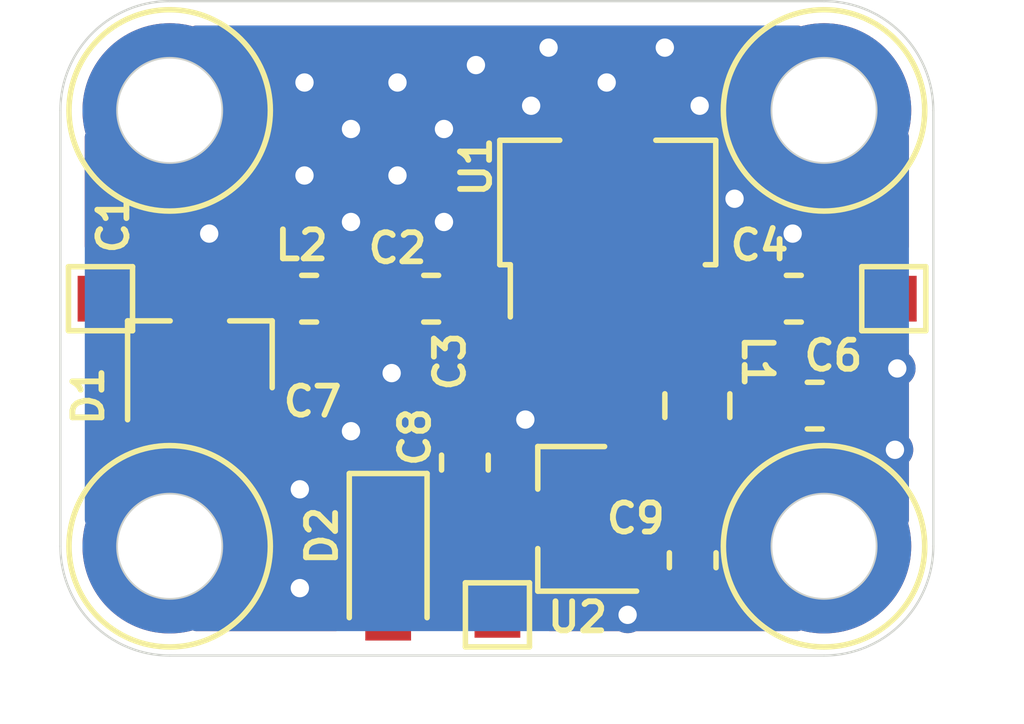
<source format=kicad_pcb>
(kicad_pcb (version 20171130) (host pcbnew "(5.1.6-0-10_14)")

  (general
    (thickness 1.6)
    (drawings 21)
    (tracks 61)
    (zones 0)
    (modules 23)
    (nets 12)
  )

  (page A4)
  (layers
    (0 F.Cu signal)
    (31 B.Cu signal)
    (32 B.Adhes user)
    (33 F.Adhes user)
    (34 B.Paste user)
    (35 F.Paste user)
    (36 B.SilkS user)
    (37 F.SilkS user)
    (38 B.Mask user hide)
    (39 F.Mask user)
    (40 Dwgs.User user)
    (41 Cmts.User user)
    (42 Eco1.User user)
    (43 Eco2.User user)
    (44 Edge.Cuts user)
    (45 Margin user)
    (46 B.CrtYd user)
    (47 F.CrtYd user)
    (48 B.Fab user)
    (49 F.Fab user)
  )

  (setup
    (last_trace_width 0.25)
    (user_trace_width 0.381)
    (user_trace_width 0.508)
    (user_trace_width 0.9525)
    (trace_clearance 0.1)
    (zone_clearance 0.508)
    (zone_45_only no)
    (trace_min 0.2)
    (via_size 0.8)
    (via_drill 0.4)
    (via_min_size 0.4)
    (via_min_drill 0.3)
    (user_via 1.016 0.508)
    (uvia_size 0.3)
    (uvia_drill 0.1)
    (uvias_allowed no)
    (uvia_min_size 0.2)
    (uvia_min_drill 0.1)
    (edge_width 0.05)
    (segment_width 0.2)
    (pcb_text_width 0.3)
    (pcb_text_size 1.5 1.5)
    (mod_edge_width 0.12)
    (mod_text_size 1 1)
    (mod_text_width 0.15)
    (pad_size 1 1)
    (pad_drill 0)
    (pad_to_mask_clearance 0.05)
    (aux_axis_origin 0 0)
    (grid_origin 116.586 91.186)
    (visible_elements 7FFFFFFF)
    (pcbplotparams
      (layerselection 0x010e0_ffffffff)
      (usegerberextensions false)
      (usegerberattributes true)
      (usegerberadvancedattributes true)
      (creategerberjobfile true)
      (excludeedgelayer true)
      (linewidth 0.100000)
      (plotframeref false)
      (viasonmask true)
      (mode 1)
      (useauxorigin false)
      (hpglpennumber 1)
      (hpglpenspeed 20)
      (hpglpendiameter 15.000000)
      (psnegative false)
      (psa4output false)
      (plotreference true)
      (plotvalue true)
      (plotinvisibletext false)
      (padsonsilk false)
      (subtractmaskfromsilk true)
      (outputformat 1)
      (mirror false)
      (drillshape 0)
      (scaleselection 1)
      (outputdirectory "./preamp_inline"))
  )

  (net 0 "")
  (net 1 GND)
  (net 2 "Net-(C1-Pad1)")
  (net 3 "Net-(C2-Pad1)")
  (net 4 "Net-(C2-Pad2)")
  (net 5 "Net-(C3-Pad1)")
  (net 6 "Net-(C4-Pad1)")
  (net 7 "Net-(C4-Pad2)")
  (net 8 "Net-(C5-Pad2)")
  (net 9 "Net-(C7-Pad1)")
  (net 10 VDD)
  (net 11 "Net-(C8-Pad1)")

  (net_class Default "This is the default net class."
    (clearance 0.1)
    (trace_width 0.25)
    (via_dia 0.8)
    (via_drill 0.4)
    (uvia_dia 0.3)
    (uvia_drill 0.1)
    (add_net GND)
    (add_net "Net-(C1-Pad1)")
    (add_net "Net-(C2-Pad1)")
    (add_net "Net-(C2-Pad2)")
    (add_net "Net-(C3-Pad1)")
    (add_net "Net-(C4-Pad1)")
    (add_net "Net-(C4-Pad2)")
    (add_net "Net-(C5-Pad2)")
    (add_net "Net-(C7-Pad1)")
    (add_net "Net-(C8-Pad1)")
    (add_net VDD)
  )

  (module preamp_board:mounting_hole (layer F.Cu) (tedit 5EE7B678) (tstamp 5EDAE840)
    (at 118.9736 93.5736)
    (fp_text reference REF** (at 1.4732 -4.1656) (layer F.SilkS) hide
      (effects (font (size 1 1) (thickness 0.15)))
    )
    (fp_text value mounting_hole (at 0 -2.54) (layer F.Fab) hide
      (effects (font (size 1 1) (thickness 0.15)))
    )
    (fp_circle (center 0 0) (end 2.2 0) (layer F.SilkS) (width 0.12))
    (pad Mask smd circle (at 0 0) (size 4.064 4.064) (layers F.Mask))
    (pad 1 thru_hole circle (at 0 0) (size 3.81 3.81) (drill 2.2606) (layers *.Cu)
      (net 1 GND) (zone_connect 2))
  )

  (module preamp_board:mounting_hole (layer F.Cu) (tedit 5EE7B678) (tstamp 5EE7E9B3)
    (at 133.2738 93.5736)
    (fp_text reference REF** (at 0 2.54) (layer F.SilkS) hide
      (effects (font (size 1 1) (thickness 0.15)))
    )
    (fp_text value mounting_hole (at 0 -2.54) (layer F.Fab) hide
      (effects (font (size 1 1) (thickness 0.15)))
    )
    (fp_circle (center 0 0) (end 2.2 0) (layer F.SilkS) (width 0.12))
    (pad Mask smd circle (at 0 0) (size 4.064 4.064) (layers F.Mask))
    (pad 1 thru_hole circle (at 0 0) (size 3.81 3.81) (drill 2.2606) (layers *.Cu)
      (net 1 GND) (zone_connect 2))
  )

  (module preamp_board:mounting_hole (layer F.Cu) (tedit 5EE7B678) (tstamp 5EDAEA25)
    (at 118.9736 103.0986)
    (fp_text reference REF** (at 0 2.54) (layer F.SilkS) hide
      (effects (font (size 1 1) (thickness 0.15)))
    )
    (fp_text value mounting_hole (at 0 -2.54) (layer F.Fab) hide
      (effects (font (size 1 1) (thickness 0.15)))
    )
    (fp_circle (center 0 0) (end 2.2 0) (layer F.SilkS) (width 0.12))
    (pad Mask smd circle (at 0 0) (size 4.064 4.064) (layers F.Mask))
    (pad 1 thru_hole circle (at 0 0) (size 3.81 3.81) (drill 2.2606) (layers *.Cu)
      (net 1 GND) (zone_connect 2))
  )

  (module preamp_board:mounting_hole (layer F.Cu) (tedit 5EE7B678) (tstamp 5EDAEA25)
    (at 133.2738 103.0986)
    (fp_text reference REF** (at 0 2.54) (layer F.SilkS) hide
      (effects (font (size 1 1) (thickness 0.15)))
    )
    (fp_text value mounting_hole (at 0 -2.54) (layer F.Fab) hide
      (effects (font (size 1 1) (thickness 0.15)))
    )
    (fp_circle (center 0 0) (end 2.2 0) (layer F.SilkS) (width 0.12))
    (pad Mask smd circle (at 0 0) (size 4.064 4.064) (layers F.Mask))
    (pad 1 thru_hole circle (at 0 0) (size 3.81 3.81) (drill 2.2606) (layers *.Cu)
      (net 1 GND) (zone_connect 2))
  )

  (module TestPoint:TestPoint_Pad_1.0x1.0mm (layer F.Cu) (tedit 5A0F774F) (tstamp 5EDB04B5)
    (at 117.4623 97.6884)
    (descr "SMD rectangular pad as test Point, square 1.0mm side length")
    (tags "test point SMD pad rectangle square")
    (path /5EDC4E53)
    (attr virtual)
    (fp_text reference J1 (at -0.9906 -1.778) (layer F.SilkS) hide
      (effects (font (size 1 1) (thickness 0.15)))
    )
    (fp_text value RF_IN (at 0 1.55) (layer F.Fab)
      (effects (font (size 1 1) (thickness 0.15)))
    )
    (fp_line (start -0.7 -0.7) (end 0.7 -0.7) (layer F.SilkS) (width 0.12))
    (fp_line (start 0.7 -0.7) (end 0.7 0.7) (layer F.SilkS) (width 0.12))
    (fp_line (start 0.7 0.7) (end -0.7 0.7) (layer F.SilkS) (width 0.12))
    (fp_line (start -0.7 0.7) (end -0.7 -0.7) (layer F.SilkS) (width 0.12))
    (fp_line (start -1 -1) (end 1 -1) (layer F.CrtYd) (width 0.05))
    (fp_line (start -1 -1) (end -1 1) (layer F.CrtYd) (width 0.05))
    (fp_line (start 1 1) (end 1 -1) (layer F.CrtYd) (width 0.05))
    (fp_line (start 1 1) (end -1 1) (layer F.CrtYd) (width 0.05))
    (fp_text user %R (at 0 -1.45) (layer F.Fab)
      (effects (font (size 1 1) (thickness 0.15)))
    )
    (pad 1 smd rect (at 0 0) (size 1 1) (layers F.Cu F.Mask)
      (net 2 "Net-(C1-Pad1)"))
  )

  (module Capacitor_SMD:C_0402_1005Metric (layer F.Cu) (tedit 5B301BBE) (tstamp 5EDA63CA)
    (at 118.6815 97.0129 90)
    (descr "Capacitor SMD 0402 (1005 Metric), square (rectangular) end terminal, IPC_7351 nominal, (Body size source: http://www.tortai-tech.com/upload/download/2011102023233369053.pdf), generated with kicad-footprint-generator")
    (tags capacitor)
    (path /5ED86524)
    (attr smd)
    (fp_text reference C1 (at 0.9501 -0.9398 90 unlocked) (layer F.SilkS)
      (effects (font (size 0.635 0.635) (thickness 0.127)))
    )
    (fp_text value C_0402 (at 0 1.17 90) (layer F.Fab)
      (effects (font (size 1 1) (thickness 0.15)))
    )
    (fp_line (start -0.5 0.25) (end -0.5 -0.25) (layer F.Fab) (width 0.1))
    (fp_line (start -0.5 -0.25) (end 0.5 -0.25) (layer F.Fab) (width 0.1))
    (fp_line (start 0.5 -0.25) (end 0.5 0.25) (layer F.Fab) (width 0.1))
    (fp_line (start 0.5 0.25) (end -0.5 0.25) (layer F.Fab) (width 0.1))
    (fp_line (start -0.93 0.47) (end -0.93 -0.47) (layer F.CrtYd) (width 0.05))
    (fp_line (start -0.93 -0.47) (end 0.93 -0.47) (layer F.CrtYd) (width 0.05))
    (fp_line (start 0.93 -0.47) (end 0.93 0.47) (layer F.CrtYd) (width 0.05))
    (fp_line (start 0.93 0.47) (end -0.93 0.47) (layer F.CrtYd) (width 0.05))
    (fp_text user %R (at 0 0 90) (layer F.Fab)
      (effects (font (size 0.25 0.25) (thickness 0.04)))
    )
    (pad 2 smd roundrect (at 0.485 0 90) (size 0.59 0.64) (layers F.Cu F.Paste F.Mask) (roundrect_rratio 0.25)
      (net 1 GND))
    (pad 1 smd roundrect (at -0.485 0 90) (size 0.59 0.64) (layers F.Cu F.Paste F.Mask) (roundrect_rratio 0.25)
      (net 2 "Net-(C1-Pad1)"))
    (model ${KISYS3DMOD}/Capacitor_SMD.3dshapes/C_0402_1005Metric.wrl
      (at (xyz 0 0 0))
      (scale (xyz 1 1 1))
      (rotate (xyz 0 0 0))
    )
  )

  (module Capacitor_SMD:C_0402_1005Metric (layer F.Cu) (tedit 5B301BBE) (tstamp 5EDE6DA5)
    (at 126.4134 99.0092 180)
    (descr "Capacitor SMD 0402 (1005 Metric), square (rectangular) end terminal, IPC_7351 nominal, (Body size source: http://www.tortai-tech.com/upload/download/2011102023233369053.pdf), generated with kicad-footprint-generator")
    (tags capacitor)
    (path /5ED83E2A)
    (attr smd)
    (fp_text reference C3 (at 1.3184 -0.0508 270) (layer F.SilkS)
      (effects (font (size 0.635 0.635) (thickness 0.127)))
    )
    (fp_text value C_0402 (at 0 1.17) (layer F.Fab)
      (effects (font (size 1 1) (thickness 0.15)))
    )
    (fp_line (start -0.5 0.25) (end -0.5 -0.25) (layer F.Fab) (width 0.1))
    (fp_line (start -0.5 -0.25) (end 0.5 -0.25) (layer F.Fab) (width 0.1))
    (fp_line (start 0.5 -0.25) (end 0.5 0.25) (layer F.Fab) (width 0.1))
    (fp_line (start 0.5 0.25) (end -0.5 0.25) (layer F.Fab) (width 0.1))
    (fp_line (start -0.93 0.47) (end -0.93 -0.47) (layer F.CrtYd) (width 0.05))
    (fp_line (start -0.93 -0.47) (end 0.93 -0.47) (layer F.CrtYd) (width 0.05))
    (fp_line (start 0.93 -0.47) (end 0.93 0.47) (layer F.CrtYd) (width 0.05))
    (fp_line (start 0.93 0.47) (end -0.93 0.47) (layer F.CrtYd) (width 0.05))
    (fp_text user %R (at 0 0) (layer F.Fab)
      (effects (font (size 0.25 0.25) (thickness 0.04)))
    )
    (pad 2 smd roundrect (at 0.485 0 180) (size 0.59 0.64) (layers F.Cu F.Paste F.Mask) (roundrect_rratio 0.25)
      (net 3 "Net-(C2-Pad1)"))
    (pad 1 smd roundrect (at -0.485 0 180) (size 0.59 0.64) (layers F.Cu F.Paste F.Mask) (roundrect_rratio 0.25)
      (net 5 "Net-(C3-Pad1)"))
    (model ${KISYS3DMOD}/Capacitor_SMD.3dshapes/C_0402_1005Metric.wrl
      (at (xyz 0 0 0))
      (scale (xyz 1 1 1))
      (rotate (xyz 0 0 0))
    )
  )

  (module Capacitor_SMD:C_0402_1005Metric (layer F.Cu) (tedit 5B301BBE) (tstamp 5ED93EE9)
    (at 128.501 100.1268)
    (descr "Capacitor SMD 0402 (1005 Metric), square (rectangular) end terminal, IPC_7351 nominal, (Body size source: http://www.tortai-tech.com/upload/download/2011102023233369053.pdf), generated with kicad-footprint-generator")
    (tags capacitor)
    (path /5ED87906)
    (attr smd)
    (fp_text reference C5 (at -1.1835 0.0762 90 unlocked) (layer F.SilkS) hide
      (effects (font (size 0.635 0.635) (thickness 0.127)))
    )
    (fp_text value C_0402 (at 0 1.17) (layer F.Fab)
      (effects (font (size 1 1) (thickness 0.15)))
    )
    (fp_line (start -0.5 0.25) (end -0.5 -0.25) (layer F.Fab) (width 0.1))
    (fp_line (start -0.5 -0.25) (end 0.5 -0.25) (layer F.Fab) (width 0.1))
    (fp_line (start 0.5 -0.25) (end 0.5 0.25) (layer F.Fab) (width 0.1))
    (fp_line (start 0.5 0.25) (end -0.5 0.25) (layer F.Fab) (width 0.1))
    (fp_line (start -0.93 0.47) (end -0.93 -0.47) (layer F.CrtYd) (width 0.05))
    (fp_line (start -0.93 -0.47) (end 0.93 -0.47) (layer F.CrtYd) (width 0.05))
    (fp_line (start 0.93 -0.47) (end 0.93 0.47) (layer F.CrtYd) (width 0.05))
    (fp_line (start 0.93 0.47) (end -0.93 0.47) (layer F.CrtYd) (width 0.05))
    (fp_text user %R (at 0 0) (layer F.Fab)
      (effects (font (size 0.25 0.25) (thickness 0.04)))
    )
    (pad 2 smd roundrect (at 0.485 0) (size 0.59 0.64) (layers F.Cu F.Paste F.Mask) (roundrect_rratio 0.25)
      (net 8 "Net-(C5-Pad2)"))
    (pad 1 smd roundrect (at -0.485 0) (size 0.59 0.64) (layers F.Cu F.Paste F.Mask) (roundrect_rratio 0.25)
      (net 1 GND))
    (model ${KISYS3DMOD}/Capacitor_SMD.3dshapes/C_0402_1005Metric.wrl
      (at (xyz 0 0 0))
      (scale (xyz 1 1 1))
      (rotate (xyz 0 0 0))
    )
  )

  (module Capacitor_SMD:C_0402_1005Metric (layer F.Cu) (tedit 5B301BBE) (tstamp 5ED93F09)
    (at 121.262 100.9015)
    (descr "Capacitor SMD 0402 (1005 Metric), square (rectangular) end terminal, IPC_7351 nominal, (Body size source: http://www.tortai-tech.com/upload/download/2011102023233369053.pdf), generated with kicad-footprint-generator")
    (tags capacitor)
    (path /5EDC06E7)
    (attr smd)
    (fp_text reference C7 (at 0.8358 -0.9652 unlocked) (layer F.SilkS)
      (effects (font (size 0.635 0.635) (thickness 0.127)))
    )
    (fp_text value C_0402 (at 0 1.17) (layer F.Fab)
      (effects (font (size 1 1) (thickness 0.15)))
    )
    (fp_line (start -0.5 0.25) (end -0.5 -0.25) (layer F.Fab) (width 0.1))
    (fp_line (start -0.5 -0.25) (end 0.5 -0.25) (layer F.Fab) (width 0.1))
    (fp_line (start 0.5 -0.25) (end 0.5 0.25) (layer F.Fab) (width 0.1))
    (fp_line (start 0.5 0.25) (end -0.5 0.25) (layer F.Fab) (width 0.1))
    (fp_line (start -0.93 0.47) (end -0.93 -0.47) (layer F.CrtYd) (width 0.05))
    (fp_line (start -0.93 -0.47) (end 0.93 -0.47) (layer F.CrtYd) (width 0.05))
    (fp_line (start 0.93 -0.47) (end 0.93 0.47) (layer F.CrtYd) (width 0.05))
    (fp_line (start 0.93 0.47) (end -0.93 0.47) (layer F.CrtYd) (width 0.05))
    (fp_text user %R (at 0 0) (layer F.Fab)
      (effects (font (size 0.25 0.25) (thickness 0.04)))
    )
    (pad 2 smd roundrect (at 0.485 0) (size 0.59 0.64) (layers F.Cu F.Paste F.Mask) (roundrect_rratio 0.25)
      (net 1 GND))
    (pad 1 smd roundrect (at -0.485 0) (size 0.59 0.64) (layers F.Cu F.Paste F.Mask) (roundrect_rratio 0.25)
      (net 9 "Net-(C7-Pad1)"))
    (model ${KISYS3DMOD}/Capacitor_SMD.3dshapes/C_0402_1005Metric.wrl
      (at (xyz 0 0 0))
      (scale (xyz 1 1 1))
      (rotate (xyz 0 0 0))
    )
  )

  (module Package_TO_SOT_SMD:SOT-23 (layer F.Cu) (tedit 5A02FF57) (tstamp 5EDAFE3F)
    (at 119.634 98.933 90)
    (descr "SOT-23, Standard")
    (tags SOT-23)
    (path /5EDA8CFA)
    (attr smd)
    (fp_text reference D1 (at -0.8796 -2.4384 90) (layer F.SilkS)
      (effects (font (size 0.635 0.635) (thickness 0.127)))
    )
    (fp_text value BAV99 (at 0 2.5 90) (layer F.Fab)
      (effects (font (size 1 1) (thickness 0.15)))
    )
    (fp_line (start -0.7 -0.95) (end -0.7 1.5) (layer F.Fab) (width 0.1))
    (fp_line (start -0.15 -1.52) (end 0.7 -1.52) (layer F.Fab) (width 0.1))
    (fp_line (start -0.7 -0.95) (end -0.15 -1.52) (layer F.Fab) (width 0.1))
    (fp_line (start 0.7 -1.52) (end 0.7 1.52) (layer F.Fab) (width 0.1))
    (fp_line (start -0.7 1.52) (end 0.7 1.52) (layer F.Fab) (width 0.1))
    (fp_line (start 0.76 1.58) (end 0.76 0.65) (layer F.SilkS) (width 0.12))
    (fp_line (start 0.76 -1.58) (end 0.76 -0.65) (layer F.SilkS) (width 0.12))
    (fp_line (start -1.7 -1.75) (end 1.7 -1.75) (layer F.CrtYd) (width 0.05))
    (fp_line (start 1.7 -1.75) (end 1.7 1.75) (layer F.CrtYd) (width 0.05))
    (fp_line (start 1.7 1.75) (end -1.7 1.75) (layer F.CrtYd) (width 0.05))
    (fp_line (start -1.7 1.75) (end -1.7 -1.75) (layer F.CrtYd) (width 0.05))
    (fp_line (start 0.76 -1.58) (end -1.4 -1.58) (layer F.SilkS) (width 0.12))
    (fp_line (start 0.76 1.58) (end -0.7 1.58) (layer F.SilkS) (width 0.12))
    (fp_text user %R (at 0 0) (layer F.Fab)
      (effects (font (size 0.5 0.5) (thickness 0.075)))
    )
    (pad 3 smd rect (at 1 0 90) (size 0.9 0.8) (layers F.Cu F.Paste F.Mask)
      (net 2 "Net-(C1-Pad1)"))
    (pad 2 smd rect (at -1 0.95 90) (size 0.9 0.8) (layers F.Cu F.Paste F.Mask)
      (net 9 "Net-(C7-Pad1)"))
    (pad 1 smd rect (at -1 -0.95 90) (size 0.9 0.8) (layers F.Cu F.Paste F.Mask)
      (net 9 "Net-(C7-Pad1)"))
    (model ${KISYS3DMOD}/Package_TO_SOT_SMD.3dshapes/SOT-23.wrl
      (at (xyz 0 0 0))
      (scale (xyz 1 1 1))
      (rotate (xyz 0 0 0))
    )
  )

  (module Resistor_SMD:R_0402_1005Metric (layer F.Cu) (tedit 5B301BBD) (tstamp 5EDAD811)
    (at 128.4502 99.0092 180)
    (descr "Resistor SMD 0402 (1005 Metric), square (rectangular) end terminal, IPC_7351 nominal, (Body size source: http://www.tortai-tech.com/upload/download/2011102023233369053.pdf), generated with kicad-footprint-generator")
    (tags resistor)
    (path /5ED84960)
    (attr smd)
    (fp_text reference R1 (at 1.0057 0.5207 unlocked) (layer F.SilkS) hide
      (effects (font (size 0.635 0.635) (thickness 0.127)))
    )
    (fp_text value R_0402 (at 0 1.17) (layer F.Fab)
      (effects (font (size 1 1) (thickness 0.15)))
    )
    (fp_line (start -0.5 0.25) (end -0.5 -0.25) (layer F.Fab) (width 0.1))
    (fp_line (start -0.5 -0.25) (end 0.5 -0.25) (layer F.Fab) (width 0.1))
    (fp_line (start 0.5 -0.25) (end 0.5 0.25) (layer F.Fab) (width 0.1))
    (fp_line (start 0.5 0.25) (end -0.5 0.25) (layer F.Fab) (width 0.1))
    (fp_line (start -0.93 0.47) (end -0.93 -0.47) (layer F.CrtYd) (width 0.05))
    (fp_line (start -0.93 -0.47) (end 0.93 -0.47) (layer F.CrtYd) (width 0.05))
    (fp_line (start 0.93 -0.47) (end 0.93 0.47) (layer F.CrtYd) (width 0.05))
    (fp_line (start 0.93 0.47) (end -0.93 0.47) (layer F.CrtYd) (width 0.05))
    (fp_text user %R (at 0 0) (layer F.Fab)
      (effects (font (size 0.25 0.25) (thickness 0.04)))
    )
    (pad 2 smd roundrect (at 0.485 0 180) (size 0.59 0.64) (layers F.Cu F.Paste F.Mask) (roundrect_rratio 0.25)
      (net 5 "Net-(C3-Pad1)"))
    (pad 1 smd roundrect (at -0.485 0 180) (size 0.59 0.64) (layers F.Cu F.Paste F.Mask) (roundrect_rratio 0.25)
      (net 7 "Net-(C4-Pad2)"))
    (model ${KISYS3DMOD}/Resistor_SMD.3dshapes/R_0402_1005Metric.wrl
      (at (xyz 0 0 0))
      (scale (xyz 1 1 1))
      (rotate (xyz 0 0 0))
    )
  )

  (module Package_TO_SOT_SMD:SOT-89-3 (layer F.Cu) (tedit 5EDE6B21) (tstamp 5EDAFB80)
    (at 128.548 95.886 90)
    (descr "SOT-89-3, http://ww1.microchip.com/downloads/en/DeviceDoc/3L_SOT-89_MB_C04-029C.pdf")
    (tags SOT-89-3)
    (path /5ED9C6CD)
    (attr smd)
    (fp_text reference U1 (at 1.0805 -2.8815 90) (layer F.SilkS)
      (effects (font (size 0.635 0.635) (thickness 0.127)))
    )
    (fp_text value PHA-13LN (at 0.3 3.5 90) (layer F.Fab)
      (effects (font (size 1 1) (thickness 0.15)))
    )
    (fp_line (start 1.66 1.05) (end 1.66 2.36) (layer F.SilkS) (width 0.12))
    (fp_line (start 1.66 2.36) (end -1.06 2.36) (layer F.SilkS) (width 0.12))
    (fp_line (start -2.2 -2.13) (end -1.06 -2.13) (layer F.SilkS) (width 0.12))
    (fp_line (start 1.66 -2.36) (end 1.66 -1.05) (layer F.SilkS) (width 0.12))
    (fp_line (start -0.95 -1.25) (end 0.05 -2.25) (layer F.Fab) (width 0.1))
    (fp_line (start 1.55 -2.25) (end 1.55 2.25) (layer F.Fab) (width 0.1))
    (fp_line (start 1.55 2.25) (end -0.95 2.25) (layer F.Fab) (width 0.1))
    (fp_line (start -0.95 2.25) (end -0.95 -1.25) (layer F.Fab) (width 0.1))
    (fp_line (start 0.05 -2.25) (end 1.55 -2.25) (layer F.Fab) (width 0.1))
    (fp_line (start 2.55 -2.5) (end 2.55 2.5) (layer F.CrtYd) (width 0.05))
    (fp_line (start 2.55 -2.5) (end -2.55 -2.5) (layer F.CrtYd) (width 0.05))
    (fp_line (start -2.55 2.5) (end 2.55 2.5) (layer F.CrtYd) (width 0.05))
    (fp_line (start -2.55 2.5) (end -2.55 -2.5) (layer F.CrtYd) (width 0.05))
    (fp_line (start -1.06 -2.36) (end 1.66 -2.36) (layer F.SilkS) (width 0.12))
    (fp_line (start -1.06 -2.36) (end -1.06 -2.13) (layer F.SilkS) (width 0.12))
    (fp_line (start -1.06 2.36) (end -1.06 2.13) (layer F.SilkS) (width 0.12))
    (fp_text user %R (at 0.5 0) (layer F.Fab)
      (effects (font (size 1 1) (thickness 0.15)))
    )
    (pad 2 smd custom (at -1.5625 0 90) (size 1.475 0.762) (layers F.Cu F.Paste F.Mask)
      (net 1 GND) (zone_connect 2)
      (options (clearance outline) (anchor rect))
      (primitives
        (gr_poly (pts
           (xy 0.7375 -0.381) (xy 1.27 -0.381) (xy 1.778 -0.889) (xy 3.8625 -0.889) (xy 3.8625 0.889)
           (xy 1.778 0.889) (xy 1.27 0.381) (xy 0.7375 0.381)) (width 0))
      ))
    (pad 3 smd rect (at -1.65 1.5 90) (size 1.3 0.9) (layers F.Cu F.Paste F.Mask)
      (net 7 "Net-(C4-Pad2)"))
    (pad 1 smd rect (at -1.65 -1.5 90) (size 1.3 0.9) (layers F.Cu F.Paste F.Mask)
      (net 3 "Net-(C2-Pad1)"))
    (model ${KISYS3DMOD}/Package_TO_SOT_SMD.3dshapes/SOT-89-3.wrl
      (at (xyz 0 0 0))
      (scale (xyz 1 1 1))
      (rotate (xyz 0 0 0))
    )
  )

  (module Capacitor_SMD:C_0603_1608Metric (layer F.Cu) (tedit 5B301BBE) (tstamp 5EDE39D8)
    (at 124.6885 97.6884 180)
    (descr "Capacitor SMD 0603 (1608 Metric), square (rectangular) end terminal, IPC_7351 nominal, (Body size source: http://www.tortai-tech.com/upload/download/2011102023233369053.pdf), generated with kicad-footprint-generator")
    (tags capacitor)
    (path /5ED85AE9)
    (attr smd)
    (fp_text reference C2 (at 0.7365 1.1049 unlocked) (layer F.SilkS)
      (effects (font (size 0.635 0.635) (thickness 0.127)))
    )
    (fp_text value C_0603 (at 0 1.43) (layer F.Fab)
      (effects (font (size 1 1) (thickness 0.15)))
    )
    (fp_line (start -0.8 0.4) (end -0.8 -0.4) (layer F.Fab) (width 0.1))
    (fp_line (start -0.8 -0.4) (end 0.8 -0.4) (layer F.Fab) (width 0.1))
    (fp_line (start 0.8 -0.4) (end 0.8 0.4) (layer F.Fab) (width 0.1))
    (fp_line (start 0.8 0.4) (end -0.8 0.4) (layer F.Fab) (width 0.1))
    (fp_line (start -0.162779 -0.51) (end 0.162779 -0.51) (layer F.SilkS) (width 0.12))
    (fp_line (start -0.162779 0.51) (end 0.162779 0.51) (layer F.SilkS) (width 0.12))
    (fp_line (start -1.48 0.73) (end -1.48 -0.73) (layer F.CrtYd) (width 0.05))
    (fp_line (start -1.48 -0.73) (end 1.48 -0.73) (layer F.CrtYd) (width 0.05))
    (fp_line (start 1.48 -0.73) (end 1.48 0.73) (layer F.CrtYd) (width 0.05))
    (fp_line (start 1.48 0.73) (end -1.48 0.73) (layer F.CrtYd) (width 0.05))
    (fp_text user %R (at 0 0) (layer F.Fab)
      (effects (font (size 0.4 0.4) (thickness 0.06)))
    )
    (pad 2 smd roundrect (at 0.7875 0 180) (size 0.875 0.95) (layers F.Cu F.Paste F.Mask) (roundrect_rratio 0.25)
      (net 4 "Net-(C2-Pad2)"))
    (pad 1 smd roundrect (at -0.7875 0 180) (size 0.875 0.95) (layers F.Cu F.Paste F.Mask) (roundrect_rratio 0.25)
      (net 3 "Net-(C2-Pad1)"))
    (model ${KISYS3DMOD}/Capacitor_SMD.3dshapes/C_0603_1608Metric.wrl
      (at (xyz 0 0 0))
      (scale (xyz 1 1 1))
      (rotate (xyz 0 0 0))
    )
  )

  (module Capacitor_SMD:C_0603_1608Metric (layer F.Cu) (tedit 5B301BBE) (tstamp 5EDA6A15)
    (at 132.6135 97.6884 180)
    (descr "Capacitor SMD 0603 (1608 Metric), square (rectangular) end terminal, IPC_7351 nominal, (Body size source: http://www.tortai-tech.com/upload/download/2011102023233369053.pdf), generated with kicad-footprint-generator")
    (tags capacitor)
    (path /5ED8835D)
    (attr smd)
    (fp_text reference C4 (at 0.7494 1.1684) (layer F.SilkS)
      (effects (font (size 0.635 0.635) (thickness 0.127)))
    )
    (fp_text value C_0603 (at 0 1.43) (layer F.Fab)
      (effects (font (size 1 1) (thickness 0.15)))
    )
    (fp_line (start -0.8 0.4) (end -0.8 -0.4) (layer F.Fab) (width 0.1))
    (fp_line (start -0.8 -0.4) (end 0.8 -0.4) (layer F.Fab) (width 0.1))
    (fp_line (start 0.8 -0.4) (end 0.8 0.4) (layer F.Fab) (width 0.1))
    (fp_line (start 0.8 0.4) (end -0.8 0.4) (layer F.Fab) (width 0.1))
    (fp_line (start -0.162779 -0.51) (end 0.162779 -0.51) (layer F.SilkS) (width 0.12))
    (fp_line (start -0.162779 0.51) (end 0.162779 0.51) (layer F.SilkS) (width 0.12))
    (fp_line (start -1.48 0.73) (end -1.48 -0.73) (layer F.CrtYd) (width 0.05))
    (fp_line (start -1.48 -0.73) (end 1.48 -0.73) (layer F.CrtYd) (width 0.05))
    (fp_line (start 1.48 -0.73) (end 1.48 0.73) (layer F.CrtYd) (width 0.05))
    (fp_line (start 1.48 0.73) (end -1.48 0.73) (layer F.CrtYd) (width 0.05))
    (fp_text user %R (at 0 0) (layer F.Fab)
      (effects (font (size 0.4 0.4) (thickness 0.06)))
    )
    (pad 2 smd roundrect (at 0.7875 0 180) (size 0.875 0.95) (layers F.Cu F.Paste F.Mask) (roundrect_rratio 0.25)
      (net 7 "Net-(C4-Pad2)"))
    (pad 1 smd roundrect (at -0.7875 0 180) (size 0.875 0.95) (layers F.Cu F.Paste F.Mask) (roundrect_rratio 0.25)
      (net 6 "Net-(C4-Pad1)"))
    (model ${KISYS3DMOD}/Capacitor_SMD.3dshapes/C_0603_1608Metric.wrl
      (at (xyz 0 0 0))
      (scale (xyz 1 1 1))
      (rotate (xyz 0 0 0))
    )
  )

  (module Inductor_SMD:L_0603_1608Metric (layer F.Cu) (tedit 5B301BBE) (tstamp 5EDAFBBE)
    (at 122.0215 97.6884)
    (descr "Inductor SMD 0603 (1608 Metric), square (rectangular) end terminal, IPC_7351 nominal, (Body size source: http://www.tortai-tech.com/upload/download/2011102023233369053.pdf), generated with kicad-footprint-generator")
    (tags inductor)
    (path /5ED913EC)
    (attr smd)
    (fp_text reference L2 (at -0.165 -1.1684) (layer F.SilkS)
      (effects (font (size 0.635 0.635) (thickness 0.127)))
    )
    (fp_text value L_0603 (at 0 1.43) (layer F.Fab)
      (effects (font (size 1 1) (thickness 0.15)))
    )
    (fp_line (start -0.8 0.4) (end -0.8 -0.4) (layer F.Fab) (width 0.1))
    (fp_line (start -0.8 -0.4) (end 0.8 -0.4) (layer F.Fab) (width 0.1))
    (fp_line (start 0.8 -0.4) (end 0.8 0.4) (layer F.Fab) (width 0.1))
    (fp_line (start 0.8 0.4) (end -0.8 0.4) (layer F.Fab) (width 0.1))
    (fp_line (start -0.162779 -0.51) (end 0.162779 -0.51) (layer F.SilkS) (width 0.12))
    (fp_line (start -0.162779 0.51) (end 0.162779 0.51) (layer F.SilkS) (width 0.12))
    (fp_line (start -1.48 0.73) (end -1.48 -0.73) (layer F.CrtYd) (width 0.05))
    (fp_line (start -1.48 -0.73) (end 1.48 -0.73) (layer F.CrtYd) (width 0.05))
    (fp_line (start 1.48 -0.73) (end 1.48 0.73) (layer F.CrtYd) (width 0.05))
    (fp_line (start 1.48 0.73) (end -1.48 0.73) (layer F.CrtYd) (width 0.05))
    (fp_text user %R (at 0 0) (layer F.Fab)
      (effects (font (size 0.4 0.4) (thickness 0.06)))
    )
    (pad 2 smd roundrect (at 0.7875 0) (size 0.875 0.95) (layers F.Cu F.Paste F.Mask) (roundrect_rratio 0.25)
      (net 4 "Net-(C2-Pad2)"))
    (pad 1 smd roundrect (at -0.7875 0) (size 0.875 0.95) (layers F.Cu F.Paste F.Mask) (roundrect_rratio 0.25)
      (net 2 "Net-(C1-Pad1)"))
    (model ${KISYS3DMOD}/Inductor_SMD.3dshapes/L_0603_1608Metric.wrl
      (at (xyz 0 0 0))
      (scale (xyz 1 1 1))
      (rotate (xyz 0 0 0))
    )
  )

  (module Capacitor_SMD:C_0603_1608Metric (layer F.Cu) (tedit 5B301BBE) (tstamp 5EDA6766)
    (at 133.0707 100.0252 180)
    (descr "Capacitor SMD 0603 (1608 Metric), square (rectangular) end terminal, IPC_7351 nominal, (Body size source: http://www.tortai-tech.com/upload/download/2011102023233369053.pdf), generated with kicad-footprint-generator")
    (tags capacitor)
    (path /5ED8732B)
    (attr smd)
    (fp_text reference C6 (at -0.4063 1.0922 180) (layer F.SilkS)
      (effects (font (size 0.635 0.635) (thickness 0.127)))
    )
    (fp_text value C_0603 (at 0 1.43) (layer F.Fab)
      (effects (font (size 1 1) (thickness 0.15)))
    )
    (fp_line (start -0.8 0.4) (end -0.8 -0.4) (layer F.Fab) (width 0.1))
    (fp_line (start -0.8 -0.4) (end 0.8 -0.4) (layer F.Fab) (width 0.1))
    (fp_line (start 0.8 -0.4) (end 0.8 0.4) (layer F.Fab) (width 0.1))
    (fp_line (start 0.8 0.4) (end -0.8 0.4) (layer F.Fab) (width 0.1))
    (fp_line (start -0.162779 -0.51) (end 0.162779 -0.51) (layer F.SilkS) (width 0.12))
    (fp_line (start -0.162779 0.51) (end 0.162779 0.51) (layer F.SilkS) (width 0.12))
    (fp_line (start -1.48 0.73) (end -1.48 -0.73) (layer F.CrtYd) (width 0.05))
    (fp_line (start -1.48 -0.73) (end 1.48 -0.73) (layer F.CrtYd) (width 0.05))
    (fp_line (start 1.48 -0.73) (end 1.48 0.73) (layer F.CrtYd) (width 0.05))
    (fp_line (start 1.48 0.73) (end -1.48 0.73) (layer F.CrtYd) (width 0.05))
    (fp_text user %R (at 0 0) (layer F.Fab)
      (effects (font (size 0.4 0.4) (thickness 0.06)))
    )
    (pad 2 smd roundrect (at 0.7875 0 180) (size 0.875 0.95) (layers F.Cu F.Paste F.Mask) (roundrect_rratio 0.25)
      (net 8 "Net-(C5-Pad2)"))
    (pad 1 smd roundrect (at -0.7875 0 180) (size 0.875 0.95) (layers F.Cu F.Paste F.Mask) (roundrect_rratio 0.25)
      (net 1 GND))
    (model ${KISYS3DMOD}/Capacitor_SMD.3dshapes/C_0603_1608Metric.wrl
      (at (xyz 0 0 0))
      (scale (xyz 1 1 1))
      (rotate (xyz 0 0 0))
    )
  )

  (module TestPoint:TestPoint_Pad_1.0x1.0mm (layer F.Cu) (tedit 5EE7AB12) (tstamp 5EDA68B6)
    (at 134.7978 97.6884)
    (descr "SMD rectangular pad as test Point, square 1.0mm side length")
    (tags "test point SMD pad rectangle square")
    (path /5EDC6FC2)
    (attr virtual)
    (fp_text reference J2 (at 0 -1.448) (layer F.SilkS) hide
      (effects (font (size 1 1) (thickness 0.15)))
    )
    (fp_text value RF_OUT (at 0 1.55) (layer F.Fab)
      (effects (font (size 1 1) (thickness 0.15)))
    )
    (fp_line (start -0.7 -0.7) (end 0.7 -0.7) (layer F.SilkS) (width 0.12))
    (fp_line (start 0.7 -0.7) (end 0.7 0.7) (layer F.SilkS) (width 0.12))
    (fp_line (start 0.7 0.7) (end -0.7 0.7) (layer F.SilkS) (width 0.12))
    (fp_line (start -0.7 0.7) (end -0.7 -0.7) (layer F.SilkS) (width 0.12))
    (fp_line (start -1 -1) (end 1 -1) (layer F.CrtYd) (width 0.05))
    (fp_line (start -1 -1) (end -1 1) (layer F.CrtYd) (width 0.05))
    (fp_line (start 1 1) (end 1 -1) (layer F.CrtYd) (width 0.05))
    (fp_line (start 1 1) (end -1 1) (layer F.CrtYd) (width 0.05))
    (fp_text user %R (at 0 -1.45) (layer F.Fab)
      (effects (font (size 1 1) (thickness 0.15)))
    )
    (pad 1 smd rect (at 0 0) (size 1 1) (layers F.Cu F.Mask)
      (net 6 "Net-(C4-Pad1)"))
  )

  (module Inductor_SMD:L_0805_2012Metric (layer F.Cu) (tedit 5B36C52B) (tstamp 5EDAFD78)
    (at 130.5052 100.0252 90)
    (descr "Inductor SMD 0805 (2012 Metric), square (rectangular) end terminal, IPC_7351 nominal, (Body size source: https://docs.google.com/spreadsheets/d/1BsfQQcO9C6DZCsRaXUlFlo91Tg2WpOkGARC1WS5S8t0/edit?usp=sharing), generated with kicad-footprint-generator")
    (tags inductor)
    (path /5ED8A7A6)
    (attr smd)
    (fp_text reference L1 (at 0.9652 1.3208 270 unlocked) (layer F.SilkS)
      (effects (font (size 0.635 0.635) (thickness 0.127)))
    )
    (fp_text value L_0805 (at 0 1.65 90) (layer F.Fab)
      (effects (font (size 1 1) (thickness 0.15)))
    )
    (fp_line (start 1.68 0.95) (end -1.68 0.95) (layer F.CrtYd) (width 0.05))
    (fp_line (start 1.68 -0.95) (end 1.68 0.95) (layer F.CrtYd) (width 0.05))
    (fp_line (start -1.68 -0.95) (end 1.68 -0.95) (layer F.CrtYd) (width 0.05))
    (fp_line (start -1.68 0.95) (end -1.68 -0.95) (layer F.CrtYd) (width 0.05))
    (fp_line (start -0.258578 0.71) (end 0.258578 0.71) (layer F.SilkS) (width 0.12))
    (fp_line (start -0.258578 -0.71) (end 0.258578 -0.71) (layer F.SilkS) (width 0.12))
    (fp_line (start 1 0.6) (end -1 0.6) (layer F.Fab) (width 0.1))
    (fp_line (start 1 -0.6) (end 1 0.6) (layer F.Fab) (width 0.1))
    (fp_line (start -1 -0.6) (end 1 -0.6) (layer F.Fab) (width 0.1))
    (fp_line (start -1 0.6) (end -1 -0.6) (layer F.Fab) (width 0.1))
    (fp_text user %R (at 0 0 90) (layer F.Fab)
      (effects (font (size 0.5 0.5) (thickness 0.08)))
    )
    (pad 1 smd roundrect (at -0.9375 0 90) (size 0.975 1.4) (layers F.Cu F.Paste F.Mask) (roundrect_rratio 0.25)
      (net 8 "Net-(C5-Pad2)"))
    (pad 2 smd roundrect (at 0.9375 0 90) (size 0.975 1.4) (layers F.Cu F.Paste F.Mask) (roundrect_rratio 0.25)
      (net 7 "Net-(C4-Pad2)"))
    (model ${KISYS3DMOD}/Inductor_SMD.3dshapes/L_0805_2012Metric.wrl
      (at (xyz 0 0 0))
      (scale (xyz 1 1 1))
      (rotate (xyz 0 0 0))
    )
  )

  (module Package_TO_SOT_SMD:SOT-23 (layer F.Cu) (tedit 5A02FF57) (tstamp 5EDE55BD)
    (at 127.778 102.4992 180)
    (descr "SOT-23, Standard")
    (tags SOT-23)
    (path /5EE530B9)
    (attr smd)
    (fp_text reference U2 (at -0.111 -2.1488 180) (layer F.SilkS)
      (effects (font (size 0.635 0.635) (thickness 0.127)))
    )
    (fp_text value TPS7A05 (at 0 2.5) (layer F.Fab)
      (effects (font (size 1 1) (thickness 0.15)))
    )
    (fp_line (start -0.7 -0.95) (end -0.7 1.5) (layer F.Fab) (width 0.1))
    (fp_line (start -0.15 -1.52) (end 0.7 -1.52) (layer F.Fab) (width 0.1))
    (fp_line (start -0.7 -0.95) (end -0.15 -1.52) (layer F.Fab) (width 0.1))
    (fp_line (start 0.7 -1.52) (end 0.7 1.52) (layer F.Fab) (width 0.1))
    (fp_line (start -0.7 1.52) (end 0.7 1.52) (layer F.Fab) (width 0.1))
    (fp_line (start 0.76 1.58) (end 0.76 0.65) (layer F.SilkS) (width 0.12))
    (fp_line (start 0.76 -1.58) (end 0.76 -0.65) (layer F.SilkS) (width 0.12))
    (fp_line (start -1.7 -1.75) (end 1.7 -1.75) (layer F.CrtYd) (width 0.05))
    (fp_line (start 1.7 -1.75) (end 1.7 1.75) (layer F.CrtYd) (width 0.05))
    (fp_line (start 1.7 1.75) (end -1.7 1.75) (layer F.CrtYd) (width 0.05))
    (fp_line (start -1.7 1.75) (end -1.7 -1.75) (layer F.CrtYd) (width 0.05))
    (fp_line (start 0.76 -1.58) (end -1.4 -1.58) (layer F.SilkS) (width 0.12))
    (fp_line (start 0.76 1.58) (end -0.7 1.58) (layer F.SilkS) (width 0.12))
    (fp_text user %R (at 0 0 90) (layer F.Fab)
      (effects (font (size 0.5 0.5) (thickness 0.075)))
    )
    (pad 1 smd rect (at -1 -0.95 180) (size 0.9 0.8) (layers F.Cu F.Paste F.Mask)
      (net 1 GND))
    (pad 2 smd rect (at -1 0.95 180) (size 0.9 0.8) (layers F.Cu F.Paste F.Mask)
      (net 8 "Net-(C5-Pad2)"))
    (pad 3 smd rect (at 1 0 180) (size 0.9 0.8) (layers F.Cu F.Paste F.Mask)
      (net 11 "Net-(C8-Pad1)"))
    (model ${KISYS3DMOD}/Package_TO_SOT_SMD.3dshapes/SOT-23.wrl
      (at (xyz 0 0 0))
      (scale (xyz 1 1 1))
      (rotate (xyz 0 0 0))
    )
  )

  (module TestPoint:TestPoint_Pad_1.0x1.0mm (layer F.Cu) (tedit 5A0F774F) (tstamp 5EDF92AD)
    (at 126.1364 104.5972)
    (descr "SMD rectangular pad as test Point, square 1.0mm side length")
    (tags "test point SMD pad rectangle square")
    (path /5EE96506)
    (attr virtual)
    (fp_text reference J3 (at 0 -1.448) (layer F.SilkS) hide
      (effects (font (size 1 1) (thickness 0.15)))
    )
    (fp_text value VDD_IN (at 0 1.55) (layer F.Fab)
      (effects (font (size 1 1) (thickness 0.15)))
    )
    (fp_line (start -0.7 -0.7) (end 0.7 -0.7) (layer F.SilkS) (width 0.12))
    (fp_line (start 0.7 -0.7) (end 0.7 0.7) (layer F.SilkS) (width 0.12))
    (fp_line (start 0.7 0.7) (end -0.7 0.7) (layer F.SilkS) (width 0.12))
    (fp_line (start -0.7 0.7) (end -0.7 -0.7) (layer F.SilkS) (width 0.12))
    (fp_line (start -1 -1) (end 1 -1) (layer F.CrtYd) (width 0.05))
    (fp_line (start -1 -1) (end -1 1) (layer F.CrtYd) (width 0.05))
    (fp_line (start 1 1) (end 1 -1) (layer F.CrtYd) (width 0.05))
    (fp_line (start 1 1) (end -1 1) (layer F.CrtYd) (width 0.05))
    (fp_text user %R (at 0 -1.45) (layer F.Fab)
      (effects (font (size 1 1) (thickness 0.15)))
    )
    (pad 1 smd rect (at 0 0) (size 1 1) (layers F.Cu F.Mask)
      (net 10 VDD))
  )

  (module Capacitor_SMD:C_0603_1608Metric (layer F.Cu) (tedit 5B301BBE) (tstamp 5EDF9C6B)
    (at 125.4252 101.2697 90)
    (descr "Capacitor SMD 0603 (1608 Metric), square (rectangular) end terminal, IPC_7351 nominal, (Body size source: http://www.tortai-tech.com/upload/download/2011102023233369053.pdf), generated with kicad-footprint-generator")
    (tags capacitor)
    (path /5EE624C6)
    (attr smd)
    (fp_text reference C8 (at 0.5587 -1.0922 270) (layer F.SilkS)
      (effects (font (size 0.635 0.635) (thickness 0.127)))
    )
    (fp_text value C_0603 (at 0 1.43 90) (layer F.Fab)
      (effects (font (size 1 1) (thickness 0.15)))
    )
    (fp_line (start 1.48 0.73) (end -1.48 0.73) (layer F.CrtYd) (width 0.05))
    (fp_line (start 1.48 -0.73) (end 1.48 0.73) (layer F.CrtYd) (width 0.05))
    (fp_line (start -1.48 -0.73) (end 1.48 -0.73) (layer F.CrtYd) (width 0.05))
    (fp_line (start -1.48 0.73) (end -1.48 -0.73) (layer F.CrtYd) (width 0.05))
    (fp_line (start -0.162779 0.51) (end 0.162779 0.51) (layer F.SilkS) (width 0.12))
    (fp_line (start -0.162779 -0.51) (end 0.162779 -0.51) (layer F.SilkS) (width 0.12))
    (fp_line (start 0.8 0.4) (end -0.8 0.4) (layer F.Fab) (width 0.1))
    (fp_line (start 0.8 -0.4) (end 0.8 0.4) (layer F.Fab) (width 0.1))
    (fp_line (start -0.8 -0.4) (end 0.8 -0.4) (layer F.Fab) (width 0.1))
    (fp_line (start -0.8 0.4) (end -0.8 -0.4) (layer F.Fab) (width 0.1))
    (fp_text user %R (at 0 0 90) (layer F.Fab)
      (effects (font (size 0.4 0.4) (thickness 0.06)))
    )
    (pad 2 smd roundrect (at 0.7875 0 90) (size 0.875 0.95) (layers F.Cu F.Paste F.Mask) (roundrect_rratio 0.25)
      (net 1 GND))
    (pad 1 smd roundrect (at -0.7875 0 90) (size 0.875 0.95) (layers F.Cu F.Paste F.Mask) (roundrect_rratio 0.25)
      (net 11 "Net-(C8-Pad1)"))
    (model ${KISYS3DMOD}/Capacitor_SMD.3dshapes/C_0603_1608Metric.wrl
      (at (xyz 0 0 0))
      (scale (xyz 1 1 1))
      (rotate (xyz 0 0 0))
    )
  )

  (module Capacitor_SMD:C_0603_1608Metric (layer F.Cu) (tedit 5B301BBE) (tstamp 5EDFAFE9)
    (at 130.4036 103.4035 270)
    (descr "Capacitor SMD 0603 (1608 Metric), square (rectangular) end terminal, IPC_7351 nominal, (Body size source: http://www.tortai-tech.com/upload/download/2011102023233369053.pdf), generated with kicad-footprint-generator")
    (tags capacitor)
    (path /5EE69573)
    (attr smd)
    (fp_text reference C9 (at -0.9145 1.2446 180) (layer F.SilkS)
      (effects (font (size 0.635 0.635) (thickness 0.127)))
    )
    (fp_text value C_0603 (at 0 1.43 90) (layer F.Fab)
      (effects (font (size 1 1) (thickness 0.15)))
    )
    (fp_line (start -0.8 0.4) (end -0.8 -0.4) (layer F.Fab) (width 0.1))
    (fp_line (start -0.8 -0.4) (end 0.8 -0.4) (layer F.Fab) (width 0.1))
    (fp_line (start 0.8 -0.4) (end 0.8 0.4) (layer F.Fab) (width 0.1))
    (fp_line (start 0.8 0.4) (end -0.8 0.4) (layer F.Fab) (width 0.1))
    (fp_line (start -0.162779 -0.51) (end 0.162779 -0.51) (layer F.SilkS) (width 0.12))
    (fp_line (start -0.162779 0.51) (end 0.162779 0.51) (layer F.SilkS) (width 0.12))
    (fp_line (start -1.48 0.73) (end -1.48 -0.73) (layer F.CrtYd) (width 0.05))
    (fp_line (start -1.48 -0.73) (end 1.48 -0.73) (layer F.CrtYd) (width 0.05))
    (fp_line (start 1.48 -0.73) (end 1.48 0.73) (layer F.CrtYd) (width 0.05))
    (fp_line (start 1.48 0.73) (end -1.48 0.73) (layer F.CrtYd) (width 0.05))
    (fp_text user %R (at 0 0 90) (layer F.Fab)
      (effects (font (size 0.4 0.4) (thickness 0.06)))
    )
    (pad 1 smd roundrect (at -0.7875 0 270) (size 0.875 0.95) (layers F.Cu F.Paste F.Mask) (roundrect_rratio 0.25)
      (net 8 "Net-(C5-Pad2)"))
    (pad 2 smd roundrect (at 0.7875 0 270) (size 0.875 0.95) (layers F.Cu F.Paste F.Mask) (roundrect_rratio 0.25)
      (net 1 GND))
    (model ${KISYS3DMOD}/Capacitor_SMD.3dshapes/C_0603_1608Metric.wrl
      (at (xyz 0 0 0))
      (scale (xyz 1 1 1))
      (rotate (xyz 0 0 0))
    )
  )

  (module Diode_SMD:D_SOD-323_HandSoldering (layer F.Cu) (tedit 58641869) (tstamp 5EE7FA12)
    (at 123.7488 103.4088 270)
    (descr SOD-323)
    (tags SOD-323)
    (path /5EDC0EC4)
    (attr smd)
    (fp_text reference D2 (at -0.5388 1.4478 90) (layer F.SilkS)
      (effects (font (size 0.635 0.635) (thickness 0.127)))
    )
    (fp_text value D_Small (at 0.1 1.9 90) (layer F.Fab)
      (effects (font (size 1 1) (thickness 0.15)))
    )
    (fp_line (start -1.9 -0.85) (end 1.25 -0.85) (layer F.SilkS) (width 0.12))
    (fp_line (start -1.9 0.85) (end 1.25 0.85) (layer F.SilkS) (width 0.12))
    (fp_line (start -2 -0.95) (end -2 0.95) (layer F.CrtYd) (width 0.05))
    (fp_line (start -2 0.95) (end 2 0.95) (layer F.CrtYd) (width 0.05))
    (fp_line (start 2 -0.95) (end 2 0.95) (layer F.CrtYd) (width 0.05))
    (fp_line (start -2 -0.95) (end 2 -0.95) (layer F.CrtYd) (width 0.05))
    (fp_line (start -0.9 -0.7) (end 0.9 -0.7) (layer F.Fab) (width 0.1))
    (fp_line (start 0.9 -0.7) (end 0.9 0.7) (layer F.Fab) (width 0.1))
    (fp_line (start 0.9 0.7) (end -0.9 0.7) (layer F.Fab) (width 0.1))
    (fp_line (start -0.9 0.7) (end -0.9 -0.7) (layer F.Fab) (width 0.1))
    (fp_line (start -0.3 -0.35) (end -0.3 0.35) (layer F.Fab) (width 0.1))
    (fp_line (start -0.3 0) (end -0.5 0) (layer F.Fab) (width 0.1))
    (fp_line (start -0.3 0) (end 0.2 -0.35) (layer F.Fab) (width 0.1))
    (fp_line (start 0.2 -0.35) (end 0.2 0.35) (layer F.Fab) (width 0.1))
    (fp_line (start 0.2 0.35) (end -0.3 0) (layer F.Fab) (width 0.1))
    (fp_line (start 0.2 0) (end 0.45 0) (layer F.Fab) (width 0.1))
    (fp_line (start -1.9 -0.85) (end -1.9 0.85) (layer F.SilkS) (width 0.12))
    (fp_text user %R (at 0 -1.85 90) (layer F.Fab)
      (effects (font (size 1 1) (thickness 0.15)))
    )
    (pad 1 smd rect (at -1.25 0 270) (size 1 1) (layers F.Cu F.Paste F.Mask)
      (net 11 "Net-(C8-Pad1)"))
    (pad 2 smd rect (at 1.25 0 270) (size 1 1) (layers F.Cu F.Paste F.Mask)
      (net 10 VDD))
    (model ${KISYS3DMOD}/Diode_SMD.3dshapes/D_SOD-323.wrl
      (at (xyz 0 0 0))
      (scale (xyz 1 1 1))
      (rotate (xyz 0 0 0))
    )
  )

  (gr_poly (pts (xy 135.636 105.4862) (xy 116.586 105.4862) (xy 116.586 91.186) (xy 135.636 91.186)) (layer B.Mask) (width 0.1))
  (gr_circle (center 118.9736 93.5736) (end 120.1039 93.5736) (layer Edge.Cuts) (width 0.0762) (tstamp 5EE131A3))
  (gr_circle (center 118.9736 103.0986) (end 120.1039 103.0986) (layer Edge.Cuts) (width 0.0762) (tstamp 5EE131A3))
  (gr_circle (center 133.2738 103.0986) (end 134.4041 103.0986) (layer Edge.Cuts) (width 0.0762) (tstamp 5EE131A3))
  (gr_circle (center 133.2738 93.5736) (end 134.4041 93.5736) (layer Edge.Cuts) (width 0.0762))
  (gr_arc (start 118.9736 93.5736) (end 118.9736 91.186) (angle -90) (layer Edge.Cuts) (width 0.05) (tstamp 5EDFB662))
  (gr_line (start 135.6614 103.0986) (end 135.6614 93.5736) (layer Edge.Cuts) (width 0.05) (tstamp 5EDFB661))
  (gr_arc (start 133.2738 93.5736) (end 135.6614 93.5736) (angle -90) (layer Edge.Cuts) (width 0.05) (tstamp 5EDFB660))
  (gr_arc (start 133.2738 103.0986) (end 133.2738 105.4862) (angle -90) (layer Edge.Cuts) (width 0.05) (tstamp 5EDFB65F))
  (gr_line (start 118.9736 105.4862) (end 133.2738 105.4862) (layer Edge.Cuts) (width 0.05) (tstamp 5EDFB65E))
  (gr_line (start 133.2738 91.186) (end 118.9736 91.186) (layer Edge.Cuts) (width 0.05) (tstamp 5EDFB65D))
  (gr_line (start 116.586 93.5736) (end 116.586 103.0986) (layer Edge.Cuts) (width 0.05) (tstamp 5EDFB65C))
  (gr_arc (start 118.9736 103.0986) (end 116.586 103.0986) (angle -90) (layer Edge.Cuts) (width 0.05) (tstamp 5EDFB65B))
  (gr_circle (center 133.2738 103.0986) (end 135.2738 103.0986) (layer Dwgs.User) (width 0.05) (tstamp 5EDA65AA))
  (gr_circle (center 118.9736 103.0986) (end 120.9736 103.0986) (layer Dwgs.User) (width 0.05) (tstamp 5EDA65AA))
  (gr_circle (center 118.9736 93.5736) (end 120.9736 93.5736) (layer Dwgs.User) (width 0.05) (tstamp 5EDA65AA))
  (gr_circle (center 133.2738 93.5736) (end 135.2738 93.5736) (layer Dwgs.User) (width 0.05) (tstamp 5EDA6598))
  (gr_line (start 116.586 105.4862) (end 135.636 105.4862) (layer Dwgs.User) (width 0.05) (tstamp 5EDA5B57))
  (gr_line (start 116.586 91.186) (end 116.586 105.4862) (layer Dwgs.User) (width 0.05) (tstamp 5EDA5B46))
  (gr_line (start 135.636 91.186) (end 135.636 105.4862) (layer Dwgs.User) (width 0.05))
  (gr_line (start 116.586 91.186) (end 135.636 91.186) (layer Dwgs.User) (width 0.05))

  (via (at 128.524 92.964) (size 0.8) (drill 0.4) (layers F.Cu B.Cu) (net 1))
  (via (at 129.794 92.202) (size 0.8) (drill 0.4) (layers F.Cu B.Cu) (net 1))
  (via (at 130.556 93.472) (size 0.8) (drill 0.4) (layers F.Cu B.Cu) (net 1))
  (via (at 123.825 99.314) (size 0.8) (drill 0.4) (layers F.Cu B.Cu) (net 1))
  (via (at 121.8184 104.013) (size 0.8) (drill 0.4) (layers F.Cu B.Cu) (net 1))
  (via (at 121.8184 101.854) (size 0.8) (drill 0.4) (layers F.Cu B.Cu) (net 1))
  (via (at 119.8372 96.266) (size 0.8) (drill 0.4) (layers F.Cu B.Cu) (net 1))
  (via (at 134.874 99.2124) (size 0.8) (drill 0.4) (layers F.Cu B.Cu) (net 1))
  (via (at 128.9812 104.5972) (size 0.8) (drill 0.4) (layers F.Cu B.Cu) (net 1))
  (via (at 134.8232 100.9904) (size 0.8) (drill 0.4) (layers F.Cu B.Cu) (net 1))
  (via (at 122.936 100.584) (size 0.8) (drill 0.4) (layers F.Cu B.Cu) (net 1))
  (via (at 126.746 100.33) (size 0.8) (drill 0.4) (layers F.Cu B.Cu) (net 1))
  (via (at 131.318 95.504) (size 0.8) (drill 0.4) (layers F.Cu B.Cu) (net 1))
  (via (at 127.254 92.202) (size 0.8) (drill 0.4) (layers F.Cu B.Cu) (net 1))
  (via (at 125.6665 92.583) (size 0.8) (drill 0.4) (layers F.Cu B.Cu) (net 1))
  (via (at 124.968 93.98) (size 0.8) (drill 0.4) (layers F.Cu B.Cu) (net 1))
  (via (at 123.952 92.964) (size 0.8) (drill 0.4) (layers F.Cu B.Cu) (net 1))
  (via (at 121.92 92.964) (size 0.8) (drill 0.4) (layers F.Cu B.Cu) (net 1))
  (via (at 122.936 93.98) (size 0.8) (drill 0.4) (layers F.Cu B.Cu) (net 1))
  (via (at 123.952 94.996) (size 0.8) (drill 0.4) (layers F.Cu B.Cu) (net 1))
  (via (at 121.92 94.996) (size 0.8) (drill 0.4) (layers F.Cu B.Cu) (net 1))
  (via (at 132.588 96.266) (size 0.8) (drill 0.4) (layers F.Cu B.Cu) (net 1))
  (segment (start 125.7806 100.1268) (end 125.4252 100.4822) (width 0.508) (layer F.Cu) (net 1))
  (segment (start 128.016 100.1268) (end 125.7806 100.1268) (width 0.508) (layer F.Cu) (net 1))
  (via (at 122.936 96.012) (size 0.8) (drill 0.4) (layers F.Cu B.Cu) (net 1))
  (via (at 126.873 93.472) (size 0.8) (drill 0.4) (layers F.Cu B.Cu) (net 1))
  (via (at 124.968 96.012) (size 0.8) (drill 0.4) (layers F.Cu B.Cu) (net 1))
  (segment (start 117.4623 97.6884) (end 120.8659 97.6884) (width 0.9525) (layer F.Cu) (net 2))
  (segment (start 126.8956 97.6884) (end 127.048 97.536) (width 0.9525) (layer F.Cu) (net 3))
  (segment (start 125.476 97.6884) (end 126.8956 97.6884) (width 0.9525) (layer F.Cu) (net 3))
  (segment (start 125.9284 98.1408) (end 125.476 97.6884) (width 0.508) (layer F.Cu) (net 3))
  (segment (start 125.9284 99.0092) (end 125.9284 98.1408) (width 0.508) (layer F.Cu) (net 3))
  (segment (start 122.809 97.6884) (end 123.901 97.6884) (width 0.9525) (layer F.Cu) (net 4))
  (segment (start 126.8984 99.0092) (end 127.9652 99.0092) (width 0.508) (layer F.Cu) (net 5))
  (segment (start 133.401 97.6884) (end 134.7978 97.6884) (width 0.9525) (layer F.Cu) (net 6))
  (segment (start 130.4267 99.0092) (end 130.5052 99.0877) (width 0.508) (layer F.Cu) (net 7))
  (segment (start 128.9352 99.0092) (end 130.4267 99.0092) (width 0.508) (layer F.Cu) (net 7))
  (segment (start 130.048 98.6305) (end 130.5052 99.0877) (width 0.508) (layer F.Cu) (net 7))
  (segment (start 130.048 97.536) (end 130.048 98.6305) (width 0.508) (layer F.Cu) (net 7))
  (segment (start 130.2004 97.6884) (end 130.048 97.536) (width 0.9525) (layer F.Cu) (net 7))
  (segment (start 131.826 97.6884) (end 130.2004 97.6884) (width 0.9525) (layer F.Cu) (net 7))
  (segment (start 130.4036 101.0643) (end 130.5052 100.9627) (width 0.508) (layer F.Cu) (net 8))
  (segment (start 129.9187 101.5492) (end 130.5052 100.9627) (width 0.508) (layer F.Cu) (net 8))
  (segment (start 128.778 101.5492) (end 129.9187 101.5492) (width 0.508) (layer F.Cu) (net 8))
  (segment (start 131.3457 100.9627) (end 132.2832 100.0252) (width 0.508) (layer F.Cu) (net 8))
  (segment (start 130.5052 100.9627) (end 131.3457 100.9627) (width 0.508) (layer F.Cu) (net 8))
  (segment (start 129.8219 100.9627) (end 128.986 100.1268) (width 0.508) (layer F.Cu) (net 8))
  (segment (start 130.5052 100.9627) (end 129.8219 100.9627) (width 0.508) (layer F.Cu) (net 8))
  (segment (start 128.778 101.5492) (end 130.2512 101.5492) (width 0.508) (layer F.Cu) (net 8))
  (segment (start 130.4036 101.7016) (end 130.4036 102.616) (width 0.508) (layer F.Cu) (net 8))
  (segment (start 130.2512 101.5492) (end 130.4036 101.7016) (width 0.508) (layer F.Cu) (net 8))
  (segment (start 130.5052 102.5144) (end 130.4036 102.616) (width 0.508) (layer F.Cu) (net 8))
  (segment (start 130.5052 100.9627) (end 130.5052 102.5144) (width 0.508) (layer F.Cu) (net 8))
  (segment (start 118.684 99.933) (end 120.584 99.933) (width 0.9525) (layer F.Cu) (net 9))
  (segment (start 120.584 100.0625) (end 120.584 100.7745) (width 0.9525) (layer F.Cu) (net 9))
  (segment (start 126.0748 104.6588) (end 126.1364 104.5972) (width 0.508) (layer F.Cu) (net 10))
  (segment (start 123.7488 104.6588) (end 126.0748 104.6588) (width 0.508) (layer F.Cu) (net 10))
  (segment (start 125.3236 102.1588) (end 125.4252 102.0572) (width 0.508) (layer F.Cu) (net 11))
  (segment (start 123.7488 102.1588) (end 125.3236 102.1588) (width 0.508) (layer F.Cu) (net 11))
  (segment (start 125.8672 102.4992) (end 125.4252 102.0572) (width 0.508) (layer F.Cu) (net 11))
  (segment (start 126.778 102.4992) (end 125.8672 102.4992) (width 0.508) (layer F.Cu) (net 11))

  (zone (net 1) (net_name GND) (layer B.Cu) (tstamp 5EE126F8) (hatch edge 0.508)
    (connect_pads (clearance 0.508))
    (min_thickness 0.254)
    (fill yes (arc_segments 32) (thermal_gap 0.508) (thermal_bridge_width 0.508))
    (polygon
      (pts
        (xy 134.874 91.694) (xy 135.382 92.202) (xy 135.636 92.964) (xy 135.636 103.886) (xy 135.128 104.902)
        (xy 134.366 105.41) (xy 133.858 105.537) (xy 118.491 105.537) (xy 117.856 105.3465) (xy 117.1575 104.8385)
        (xy 116.586 103.9495) (xy 116.586 92.964) (xy 116.84 92.456) (xy 117.348 91.694) (xy 118.364 91.186)
        (xy 133.858 91.186)
      )
    )
    (filled_polygon
      (pts
        (xy 132.414255 91.965505) (xy 132.117047 92.164093) (xy 131.864293 92.416847) (xy 131.665705 92.714055) (xy 131.528915 93.044295)
        (xy 131.45918 93.394876) (xy 131.45918 93.752324) (xy 131.528915 94.102905) (xy 131.665705 94.433145) (xy 131.864293 94.730353)
        (xy 132.117047 94.983107) (xy 132.414255 95.181695) (xy 132.744495 95.318485) (xy 133.095076 95.38822) (xy 133.452524 95.38822)
        (xy 133.803105 95.318485) (xy 134.133345 95.181695) (xy 134.430553 94.983107) (xy 134.683307 94.730353) (xy 134.881895 94.433145)
        (xy 135.001401 94.144632) (xy 135.0014 102.527565) (xy 134.881895 102.239055) (xy 134.683307 101.941847) (xy 134.430553 101.689093)
        (xy 134.133345 101.490505) (xy 133.803105 101.353715) (xy 133.452524 101.28398) (xy 133.095076 101.28398) (xy 132.744495 101.353715)
        (xy 132.414255 101.490505) (xy 132.117047 101.689093) (xy 131.864293 101.941847) (xy 131.665705 102.239055) (xy 131.528915 102.569295)
        (xy 131.45918 102.919876) (xy 131.45918 103.277324) (xy 131.528915 103.627905) (xy 131.665705 103.958145) (xy 131.864293 104.255353)
        (xy 132.117047 104.508107) (xy 132.414255 104.706695) (xy 132.702765 104.8262) (xy 119.544635 104.8262) (xy 119.833145 104.706695)
        (xy 120.130353 104.508107) (xy 120.383107 104.255353) (xy 120.581695 103.958145) (xy 120.718485 103.627905) (xy 120.78822 103.277324)
        (xy 120.78822 102.919876) (xy 120.718485 102.569295) (xy 120.581695 102.239055) (xy 120.383107 101.941847) (xy 120.130353 101.689093)
        (xy 119.833145 101.490505) (xy 119.502905 101.353715) (xy 119.152324 101.28398) (xy 118.794876 101.28398) (xy 118.444295 101.353715)
        (xy 118.114055 101.490505) (xy 117.816847 101.689093) (xy 117.564093 101.941847) (xy 117.365505 102.239055) (xy 117.246 102.527565)
        (xy 117.246 94.144635) (xy 117.365505 94.433145) (xy 117.564093 94.730353) (xy 117.816847 94.983107) (xy 118.114055 95.181695)
        (xy 118.444295 95.318485) (xy 118.794876 95.38822) (xy 119.152324 95.38822) (xy 119.502905 95.318485) (xy 119.833145 95.181695)
        (xy 120.130353 94.983107) (xy 120.383107 94.730353) (xy 120.581695 94.433145) (xy 120.718485 94.102905) (xy 120.78822 93.752324)
        (xy 120.78822 93.394876) (xy 120.718485 93.044295) (xy 120.581695 92.714055) (xy 120.383107 92.416847) (xy 120.130353 92.164093)
        (xy 119.833145 91.965505) (xy 119.544635 91.846) (xy 132.702765 91.846)
      )
    )
    (filled_polygon
      (pts
        (xy 133.406518 102.661087) (xy 133.489323 102.695386) (xy 133.563845 102.74518) (xy 133.62722 102.808555) (xy 133.677014 102.883077)
        (xy 133.711313 102.965882) (xy 133.728798 103.053787) (xy 133.728798 103.143413) (xy 133.711313 103.231318) (xy 133.677014 103.314123)
        (xy 133.62722 103.388645) (xy 133.563845 103.45202) (xy 133.489323 103.501814) (xy 133.406518 103.536113) (xy 133.318613 103.553598)
        (xy 133.228987 103.553598) (xy 133.141082 103.536113) (xy 133.058277 103.501814) (xy 132.983755 103.45202) (xy 132.92038 103.388645)
        (xy 132.870586 103.314123) (xy 132.836287 103.231318) (xy 132.818802 103.143413) (xy 132.818802 103.053787) (xy 132.836287 102.965882)
        (xy 132.870586 102.883077) (xy 132.92038 102.808555) (xy 132.983755 102.74518) (xy 133.058277 102.695386) (xy 133.141082 102.661087)
        (xy 133.228987 102.643602) (xy 133.318613 102.643602)
      )
    )
    (filled_polygon
      (pts
        (xy 119.106318 102.661087) (xy 119.189123 102.695386) (xy 119.263645 102.74518) (xy 119.32702 102.808555) (xy 119.376814 102.883077)
        (xy 119.411113 102.965882) (xy 119.428598 103.053787) (xy 119.428598 103.143413) (xy 119.411113 103.231318) (xy 119.376814 103.314123)
        (xy 119.32702 103.388645) (xy 119.263645 103.45202) (xy 119.189123 103.501814) (xy 119.106318 103.536113) (xy 119.018413 103.553598)
        (xy 118.928787 103.553598) (xy 118.840882 103.536113) (xy 118.758077 103.501814) (xy 118.683555 103.45202) (xy 118.62018 103.388645)
        (xy 118.570386 103.314123) (xy 118.536087 103.231318) (xy 118.518602 103.143413) (xy 118.518602 103.053787) (xy 118.536087 102.965882)
        (xy 118.570386 102.883077) (xy 118.62018 102.808555) (xy 118.683555 102.74518) (xy 118.758077 102.695386) (xy 118.840882 102.661087)
        (xy 118.928787 102.643602) (xy 119.018413 102.643602)
      )
    )
    (filled_polygon
      (pts
        (xy 119.106318 93.136087) (xy 119.189123 93.170386) (xy 119.263645 93.22018) (xy 119.32702 93.283555) (xy 119.376814 93.358077)
        (xy 119.411113 93.440882) (xy 119.428598 93.528787) (xy 119.428598 93.618413) (xy 119.411113 93.706318) (xy 119.376814 93.789123)
        (xy 119.32702 93.863645) (xy 119.263645 93.92702) (xy 119.189123 93.976814) (xy 119.106318 94.011113) (xy 119.018413 94.028598)
        (xy 118.928787 94.028598) (xy 118.840882 94.011113) (xy 118.758077 93.976814) (xy 118.683555 93.92702) (xy 118.62018 93.863645)
        (xy 118.570386 93.789123) (xy 118.536087 93.706318) (xy 118.518602 93.618413) (xy 118.518602 93.528787) (xy 118.536087 93.440882)
        (xy 118.570386 93.358077) (xy 118.62018 93.283555) (xy 118.683555 93.22018) (xy 118.758077 93.170386) (xy 118.840882 93.136087)
        (xy 118.928787 93.118602) (xy 119.018413 93.118602)
      )
    )
    (filled_polygon
      (pts
        (xy 133.406518 93.136087) (xy 133.489323 93.170386) (xy 133.563845 93.22018) (xy 133.62722 93.283555) (xy 133.677014 93.358077)
        (xy 133.711313 93.440882) (xy 133.728798 93.528787) (xy 133.728798 93.618413) (xy 133.711313 93.706318) (xy 133.677014 93.789123)
        (xy 133.62722 93.863645) (xy 133.563845 93.92702) (xy 133.489323 93.976814) (xy 133.406518 94.011113) (xy 133.318613 94.028598)
        (xy 133.228987 94.028598) (xy 133.141082 94.011113) (xy 133.058277 93.976814) (xy 132.983755 93.92702) (xy 132.92038 93.863645)
        (xy 132.870586 93.789123) (xy 132.836287 93.706318) (xy 132.818802 93.618413) (xy 132.818802 93.528787) (xy 132.836287 93.440882)
        (xy 132.870586 93.358077) (xy 132.92038 93.283555) (xy 132.983755 93.22018) (xy 133.058277 93.170386) (xy 133.141082 93.136087)
        (xy 133.228987 93.118602) (xy 133.318613 93.118602)
      )
    )
  )
  (zone (net 1) (net_name GND) (layer F.Cu) (tstamp 5EE826B2) (hatch edge 0.508)
    (connect_pads yes (clearance 0.508))
    (min_thickness 0.254)
    (fill yes (arc_segments 32) (thermal_gap 0.508) (thermal_bridge_width 0.508))
    (polygon
      (pts
        (xy 134.874 91.694) (xy 135.382 92.202) (xy 135.636 92.964) (xy 135.636 103.886) (xy 135.128 104.902)
        (xy 134.366 105.41) (xy 133.858 105.537) (xy 118.491 105.537) (xy 117.856 105.3465) (xy 117.1575 104.8385)
        (xy 116.586 103.9495) (xy 116.586 92.964) (xy 116.84 92.456) (xy 117.348 91.694) (xy 118.364 91.186)
        (xy 133.858 91.186)
      )
    )
    (filled_polygon
      (pts
        (xy 127.876815 102.400385) (xy 127.973506 102.479737) (xy 128.08382 102.538702) (xy 128.203518 102.575012) (xy 128.328 102.587272)
        (xy 129.228 102.587272) (xy 129.290528 102.581114) (xy 129.290528 102.83475) (xy 129.306992 103.001908) (xy 129.35575 103.162642)
        (xy 129.434929 103.310775) (xy 129.541485 103.440615) (xy 129.671325 103.547171) (xy 129.819458 103.62635) (xy 129.980192 103.675108)
        (xy 130.14735 103.691572) (xy 130.65985 103.691572) (xy 130.827008 103.675108) (xy 130.987742 103.62635) (xy 131.135875 103.547171)
        (xy 131.265715 103.440615) (xy 131.372271 103.310775) (xy 131.45145 103.162642) (xy 131.45918 103.13716) (xy 131.45918 103.277324)
        (xy 131.528915 103.627905) (xy 131.665705 103.958145) (xy 131.864293 104.255353) (xy 132.117047 104.508107) (xy 132.414255 104.706695)
        (xy 132.702765 104.8262) (xy 127.274472 104.8262) (xy 127.274472 104.0972) (xy 127.262212 103.972718) (xy 127.225902 103.85302)
        (xy 127.166937 103.742706) (xy 127.087585 103.646015) (xy 126.990894 103.566663) (xy 126.935908 103.537272) (xy 127.228 103.537272)
        (xy 127.352482 103.525012) (xy 127.47218 103.488702) (xy 127.582494 103.429737) (xy 127.679185 103.350385) (xy 127.758537 103.253694)
        (xy 127.817502 103.14338) (xy 127.853812 103.023682) (xy 127.866072 102.8992) (xy 127.866072 102.387295)
      )
    )
    (filled_polygon
      (pts
        (xy 124.781225 98.657071) (xy 124.929358 98.73625) (xy 125.003021 98.758595) (xy 124.995328 98.8367) (xy 124.995328 99.1817)
        (xy 125.010423 99.334957) (xy 125.055126 99.482325) (xy 125.127721 99.61814) (xy 125.225417 99.737183) (xy 125.34446 99.834879)
        (xy 125.480275 99.907474) (xy 125.627643 99.952177) (xy 125.7809 99.967272) (xy 126.0759 99.967272) (xy 126.229157 99.952177)
        (xy 126.376525 99.907474) (xy 126.4134 99.887764) (xy 126.450275 99.907474) (xy 126.597643 99.952177) (xy 126.7509 99.967272)
        (xy 127.0459 99.967272) (xy 127.199157 99.952177) (xy 127.346525 99.907474) (xy 127.363875 99.8982) (xy 127.499725 99.8982)
        (xy 127.517075 99.907474) (xy 127.664443 99.952177) (xy 127.8177 99.967272) (xy 128.052928 99.967272) (xy 128.052928 100.2993)
        (xy 128.068023 100.452557) (xy 128.099116 100.555058) (xy 128.08382 100.559698) (xy 127.973506 100.618663) (xy 127.876815 100.698015)
        (xy 127.797463 100.794706) (xy 127.738498 100.90502) (xy 127.702188 101.024718) (xy 127.689928 101.1492) (xy 127.689928 101.661105)
        (xy 127.679185 101.648015) (xy 127.582494 101.568663) (xy 127.47218 101.509698) (xy 127.352482 101.473388) (xy 127.228 101.461128)
        (xy 126.446629 101.461128) (xy 126.393871 101.362425) (xy 126.287315 101.232585) (xy 126.157475 101.126029) (xy 126.009342 101.04685)
        (xy 125.848608 100.998092) (xy 125.68145 100.981628) (xy 125.16895 100.981628) (xy 125.001792 100.998092) (xy 124.841058 101.04685)
        (xy 124.692925 101.126029) (xy 124.646748 101.163925) (xy 124.603294 101.128263) (xy 124.49298 101.069298) (xy 124.373282 101.032988)
        (xy 124.2488 101.020728) (xy 123.2488 101.020728) (xy 123.124318 101.032988) (xy 123.00462 101.069298) (xy 122.894306 101.128263)
        (xy 122.797615 101.207615) (xy 122.718263 101.304306) (xy 122.659298 101.41462) (xy 122.622988 101.534318) (xy 122.610728 101.6588)
        (xy 122.610728 102.6588) (xy 122.622988 102.783282) (xy 122.659298 102.90298) (xy 122.718263 103.013294) (xy 122.797615 103.109985)
        (xy 122.894306 103.189337) (xy 123.00462 103.248302) (xy 123.124318 103.284612) (xy 123.2488 103.296872) (xy 124.2488 103.296872)
        (xy 124.373282 103.284612) (xy 124.49298 103.248302) (xy 124.603294 103.189337) (xy 124.699985 103.109985) (xy 124.751019 103.0478)
        (xy 124.804108 103.0478) (xy 124.841058 103.06755) (xy 125.001792 103.116308) (xy 125.16895 103.132772) (xy 125.237872 103.132772)
        (xy 125.370909 103.241953) (xy 125.525349 103.324503) (xy 125.575458 103.339703) (xy 125.692924 103.375336) (xy 125.719557 103.377959)
        (xy 125.823533 103.3882) (xy 125.823539 103.3882) (xy 125.867199 103.3925) (xy 125.910859 103.3882) (xy 125.922893 103.3882)
        (xy 125.973506 103.429737) (xy 126.028492 103.459128) (xy 125.6364 103.459128) (xy 125.511918 103.471388) (xy 125.39222 103.507698)
        (xy 125.281906 103.566663) (xy 125.185215 103.646015) (xy 125.105863 103.742706) (xy 125.091381 103.7698) (xy 124.751019 103.7698)
        (xy 124.699985 103.707615) (xy 124.603294 103.628263) (xy 124.49298 103.569298) (xy 124.373282 103.532988) (xy 124.2488 103.520728)
        (xy 123.2488 103.520728) (xy 123.124318 103.532988) (xy 123.00462 103.569298) (xy 122.894306 103.628263) (xy 122.797615 103.707615)
        (xy 122.718263 103.804306) (xy 122.659298 103.91462) (xy 122.622988 104.034318) (xy 122.610728 104.1588) (xy 122.610728 104.8262)
        (xy 119.544635 104.8262) (xy 119.833145 104.706695) (xy 120.130353 104.508107) (xy 120.383107 104.255353) (xy 120.581695 103.958145)
        (xy 120.718485 103.627905) (xy 120.78822 103.277324) (xy 120.78822 102.919876) (xy 120.718485 102.569295) (xy 120.581695 102.239055)
        (xy 120.383107 101.941847) (xy 120.286882 101.845622) (xy 120.366158 101.86967) (xy 120.584 101.891126) (xy 120.801843 101.86967)
        (xy 120.835132 101.859572) (xy 120.9245 101.859572) (xy 121.077757 101.844477) (xy 121.225125 101.799774) (xy 121.36094 101.727179)
        (xy 121.479983 101.629483) (xy 121.577679 101.51044) (xy 121.650274 101.374625) (xy 121.694977 101.227257) (xy 121.710072 101.074)
        (xy 121.710072 100.729) (xy 121.69525 100.578515) (xy 121.69525 100.007917) (xy 121.694249 99.99775) (xy 121.700626 99.933)
        (xy 121.67917 99.715157) (xy 121.622072 99.526929) (xy 121.622072 99.483) (xy 121.609812 99.358518) (xy 121.573502 99.23882)
        (xy 121.514537 99.128506) (xy 121.435185 99.031815) (xy 121.338494 98.952463) (xy 121.22818 98.893498) (xy 121.108482 98.857188)
        (xy 120.984 98.844928) (xy 120.825242 98.844928) (xy 120.801843 98.83783) (xy 120.638583 98.82175) (xy 120.49539 98.82175)
        (xy 120.513527 98.79965) (xy 120.920483 98.79965) (xy 120.958617 98.795894) (xy 121.01525 98.801472) (xy 121.45275 98.801472)
        (xy 121.619908 98.785008) (xy 121.780642 98.73625) (xy 121.928775 98.657071) (xy 122.0215 98.580974) (xy 122.114225 98.657071)
        (xy 122.262358 98.73625) (xy 122.423092 98.785008) (xy 122.59025 98.801472) (xy 123.02775 98.801472) (xy 123.046249 98.79965)
        (xy 123.663751 98.79965) (xy 123.68225 98.801472) (xy 124.11975 98.801472) (xy 124.286908 98.785008) (xy 124.447642 98.73625)
        (xy 124.595775 98.657071) (xy 124.6885 98.580974)
      )
    )
    (filled_polygon
      (pts
        (xy 133.406518 102.661087) (xy 133.489323 102.695386) (xy 133.563845 102.74518) (xy 133.62722 102.808555) (xy 133.677014 102.883077)
        (xy 133.711313 102.965882) (xy 133.728798 103.053787) (xy 133.728798 103.143413) (xy 133.711313 103.231318) (xy 133.677014 103.314123)
        (xy 133.62722 103.388645) (xy 133.563845 103.45202) (xy 133.489323 103.501814) (xy 133.406518 103.536113) (xy 133.318613 103.553598)
        (xy 133.228987 103.553598) (xy 133.141082 103.536113) (xy 133.058277 103.501814) (xy 132.983755 103.45202) (xy 132.92038 103.388645)
        (xy 132.870586 103.314123) (xy 132.836287 103.231318) (xy 132.818802 103.143413) (xy 132.818802 103.053787) (xy 132.836287 102.965882)
        (xy 132.870586 102.883077) (xy 132.92038 102.808555) (xy 132.983755 102.74518) (xy 133.058277 102.695386) (xy 133.141082 102.661087)
        (xy 133.228987 102.643602) (xy 133.318613 102.643602)
      )
    )
    (filled_polygon
      (pts
        (xy 119.106318 102.661087) (xy 119.189123 102.695386) (xy 119.263645 102.74518) (xy 119.32702 102.808555) (xy 119.376814 102.883077)
        (xy 119.411113 102.965882) (xy 119.428598 103.053787) (xy 119.428598 103.143413) (xy 119.411113 103.231318) (xy 119.376814 103.314123)
        (xy 119.32702 103.388645) (xy 119.263645 103.45202) (xy 119.189123 103.501814) (xy 119.106318 103.536113) (xy 119.018413 103.553598)
        (xy 118.928787 103.553598) (xy 118.840882 103.536113) (xy 118.758077 103.501814) (xy 118.683555 103.45202) (xy 118.62018 103.388645)
        (xy 118.570386 103.314123) (xy 118.536087 103.231318) (xy 118.518602 103.143413) (xy 118.518602 103.053787) (xy 118.536087 102.965882)
        (xy 118.570386 102.883077) (xy 118.62018 102.808555) (xy 118.683555 102.74518) (xy 118.758077 102.695386) (xy 118.840882 102.661087)
        (xy 118.928787 102.643602) (xy 119.018413 102.643602)
      )
    )
    (filled_polygon
      (pts
        (xy 132.706225 98.657071) (xy 132.854358 98.73625) (xy 133.015092 98.785008) (xy 133.18225 98.801472) (xy 133.61975 98.801472)
        (xy 133.638249 98.79965) (xy 134.125314 98.79965) (xy 134.173318 98.814212) (xy 134.2978 98.826472) (xy 135.0014 98.826472)
        (xy 135.0014 102.527565) (xy 134.881895 102.239055) (xy 134.683307 101.941847) (xy 134.430553 101.689093) (xy 134.133345 101.490505)
        (xy 133.803105 101.353715) (xy 133.452524 101.28398) (xy 133.095076 101.28398) (xy 132.744495 101.353715) (xy 132.414255 101.490505)
        (xy 132.117047 101.689093) (xy 131.864293 101.941847) (xy 131.665705 102.239055) (xy 131.528915 102.569295) (xy 131.516672 102.630845)
        (xy 131.516672 102.39725) (xy 131.500208 102.230092) (xy 131.45145 102.069358) (xy 131.39751 101.968444) (xy 131.451364 101.939658)
        (xy 131.584992 101.829992) (xy 131.596879 101.815508) (xy 131.687551 101.788003) (xy 131.841991 101.705453) (xy 131.977359 101.594359)
        (xy 132.005199 101.560436) (xy 132.427363 101.138272) (xy 132.50195 101.138272) (xy 132.669108 101.121808) (xy 132.829842 101.07305)
        (xy 132.977975 100.993871) (xy 133.107815 100.887315) (xy 133.214371 100.757475) (xy 133.29355 100.609342) (xy 133.342308 100.448608)
        (xy 133.358772 100.28145) (xy 133.358772 99.76895) (xy 133.342308 99.601792) (xy 133.29355 99.441058) (xy 133.214371 99.292925)
        (xy 133.107815 99.163085) (xy 132.977975 99.056529) (xy 132.829842 98.97735) (xy 132.669108 98.928592) (xy 132.50195 98.912128)
        (xy 132.06445 98.912128) (xy 131.897292 98.928592) (xy 131.843272 98.944979) (xy 131.843272 98.84395) (xy 131.839088 98.801472)
        (xy 132.04475 98.801472) (xy 132.211908 98.785008) (xy 132.372642 98.73625) (xy 132.520775 98.657071) (xy 132.6135 98.580974)
      )
    )
    (filled_polygon
      (pts
        (xy 132.414255 91.965505) (xy 132.117047 92.164093) (xy 131.864293 92.416847) (xy 131.665705 92.714055) (xy 131.528915 93.044295)
        (xy 131.45918 93.394876) (xy 131.45918 93.752324) (xy 131.528915 94.102905) (xy 131.665705 94.433145) (xy 131.864293 94.730353)
        (xy 132.117047 94.983107) (xy 132.414255 95.181695) (xy 132.744495 95.318485) (xy 133.095076 95.38822) (xy 133.452524 95.38822)
        (xy 133.803105 95.318485) (xy 134.133345 95.181695) (xy 134.430553 94.983107) (xy 134.683307 94.730353) (xy 134.881895 94.433145)
        (xy 135.001401 94.144632) (xy 135.001401 96.550328) (xy 134.2978 96.550328) (xy 134.173318 96.562588) (xy 134.125314 96.57715)
        (xy 133.638249 96.57715) (xy 133.61975 96.575328) (xy 133.18225 96.575328) (xy 133.015092 96.591792) (xy 132.854358 96.64055)
        (xy 132.706225 96.719729) (xy 132.6135 96.795826) (xy 132.520775 96.719729) (xy 132.372642 96.64055) (xy 132.211908 96.591792)
        (xy 132.04475 96.575328) (xy 131.60725 96.575328) (xy 131.588751 96.57715) (xy 131.052935 96.57715) (xy 131.028537 96.531506)
        (xy 130.949185 96.434815) (xy 130.852494 96.355463) (xy 130.74218 96.296498) (xy 130.622482 96.260188) (xy 130.498 96.247928)
        (xy 129.598 96.247928) (xy 129.473518 96.260188) (xy 129.35382 96.296498) (xy 129.243506 96.355463) (xy 129.146815 96.434815)
        (xy 129.067463 96.531506) (xy 129.008498 96.64182) (xy 128.972188 96.761518) (xy 128.959928 96.886) (xy 128.959928 97.294758)
        (xy 128.95283 97.318157) (xy 128.931374 97.536) (xy 128.95283 97.753843) (xy 128.959928 97.777242) (xy 128.959928 98.051128)
        (xy 128.7877 98.051128) (xy 128.634443 98.066223) (xy 128.487075 98.110926) (xy 128.4502 98.130636) (xy 128.413325 98.110926)
        (xy 128.265957 98.066223) (xy 128.136072 98.05343) (xy 128.136072 97.777242) (xy 128.14317 97.753843) (xy 128.164626 97.536001)
        (xy 128.14317 97.318157) (xy 128.136072 97.294758) (xy 128.136072 96.886) (xy 128.123812 96.761518) (xy 128.087502 96.64182)
        (xy 128.028537 96.531506) (xy 127.949185 96.434815) (xy 127.852494 96.355463) (xy 127.74218 96.296498) (xy 127.622482 96.260188)
        (xy 127.498 96.247928) (xy 126.598 96.247928) (xy 126.473518 96.260188) (xy 126.35382 96.296498) (xy 126.243506 96.355463)
        (xy 126.146815 96.434815) (xy 126.067463 96.531506) (xy 126.043065 96.57715) (xy 125.713249 96.57715) (xy 125.69475 96.575328)
        (xy 125.25725 96.575328) (xy 125.090092 96.591792) (xy 124.929358 96.64055) (xy 124.781225 96.719729) (xy 124.6885 96.795826)
        (xy 124.595775 96.719729) (xy 124.447642 96.64055) (xy 124.286908 96.591792) (xy 124.11975 96.575328) (xy 123.68225 96.575328)
        (xy 123.663751 96.57715) (xy 123.046249 96.57715) (xy 123.02775 96.575328) (xy 122.59025 96.575328) (xy 122.423092 96.591792)
        (xy 122.262358 96.64055) (xy 122.114225 96.719729) (xy 122.0215 96.795826) (xy 121.928775 96.719729) (xy 121.780642 96.64055)
        (xy 121.619908 96.591792) (xy 121.45275 96.575328) (xy 121.01525 96.575328) (xy 120.958617 96.580906) (xy 120.920483 96.57715)
        (xy 118.979103 96.57715) (xy 118.854 96.564828) (xy 118.509 96.564828) (xy 118.383897 96.57715) (xy 118.134786 96.57715)
        (xy 118.086782 96.562588) (xy 117.9623 96.550328) (xy 117.246 96.550328) (xy 117.246 94.144635) (xy 117.365505 94.433145)
        (xy 117.564093 94.730353) (xy 117.816847 94.983107) (xy 118.114055 95.181695) (xy 118.444295 95.318485) (xy 118.794876 95.38822)
        (xy 119.152324 95.38822) (xy 119.502905 95.318485) (xy 119.833145 95.181695) (xy 120.130353 94.983107) (xy 120.383107 94.730353)
        (xy 120.581695 94.433145) (xy 120.718485 94.102905) (xy 120.78822 93.752324) (xy 120.78822 93.394876) (xy 120.718485 93.044295)
        (xy 120.581695 92.714055) (xy 120.383107 92.416847) (xy 120.130353 92.164093) (xy 119.833145 91.965505) (xy 119.544635 91.846)
        (xy 132.702765 91.846)
      )
    )
    (filled_polygon
      (pts
        (xy 133.406518 93.136087) (xy 133.489323 93.170386) (xy 133.563845 93.22018) (xy 133.62722 93.283555) (xy 133.677014 93.358077)
        (xy 133.711313 93.440882) (xy 133.728798 93.528787) (xy 133.728798 93.618413) (xy 133.711313 93.706318) (xy 133.677014 93.789123)
        (xy 133.62722 93.863645) (xy 133.563845 93.92702) (xy 133.489323 93.976814) (xy 133.406518 94.011113) (xy 133.318613 94.028598)
        (xy 133.228987 94.028598) (xy 133.141082 94.011113) (xy 133.058277 93.976814) (xy 132.983755 93.92702) (xy 132.92038 93.863645)
        (xy 132.870586 93.789123) (xy 132.836287 93.706318) (xy 132.818802 93.618413) (xy 132.818802 93.528787) (xy 132.836287 93.440882)
        (xy 132.870586 93.358077) (xy 132.92038 93.283555) (xy 132.983755 93.22018) (xy 133.058277 93.170386) (xy 133.141082 93.136087)
        (xy 133.228987 93.118602) (xy 133.318613 93.118602)
      )
    )
    (filled_polygon
      (pts
        (xy 119.106318 93.136087) (xy 119.189123 93.170386) (xy 119.263645 93.22018) (xy 119.32702 93.283555) (xy 119.376814 93.358077)
        (xy 119.411113 93.440882) (xy 119.428598 93.528787) (xy 119.428598 93.618413) (xy 119.411113 93.706318) (xy 119.376814 93.789123)
        (xy 119.32702 93.863645) (xy 119.263645 93.92702) (xy 119.189123 93.976814) (xy 119.106318 94.011113) (xy 119.018413 94.028598)
        (xy 118.928787 94.028598) (xy 118.840882 94.011113) (xy 118.758077 93.976814) (xy 118.683555 93.92702) (xy 118.62018 93.863645)
        (xy 118.570386 93.789123) (xy 118.536087 93.706318) (xy 118.518602 93.618413) (xy 118.518602 93.528787) (xy 118.536087 93.440882)
        (xy 118.570386 93.358077) (xy 118.62018 93.283555) (xy 118.683555 93.22018) (xy 118.758077 93.170386) (xy 118.840882 93.136087)
        (xy 118.928787 93.118602) (xy 119.018413 93.118602)
      )
    )
  )
)

</source>
